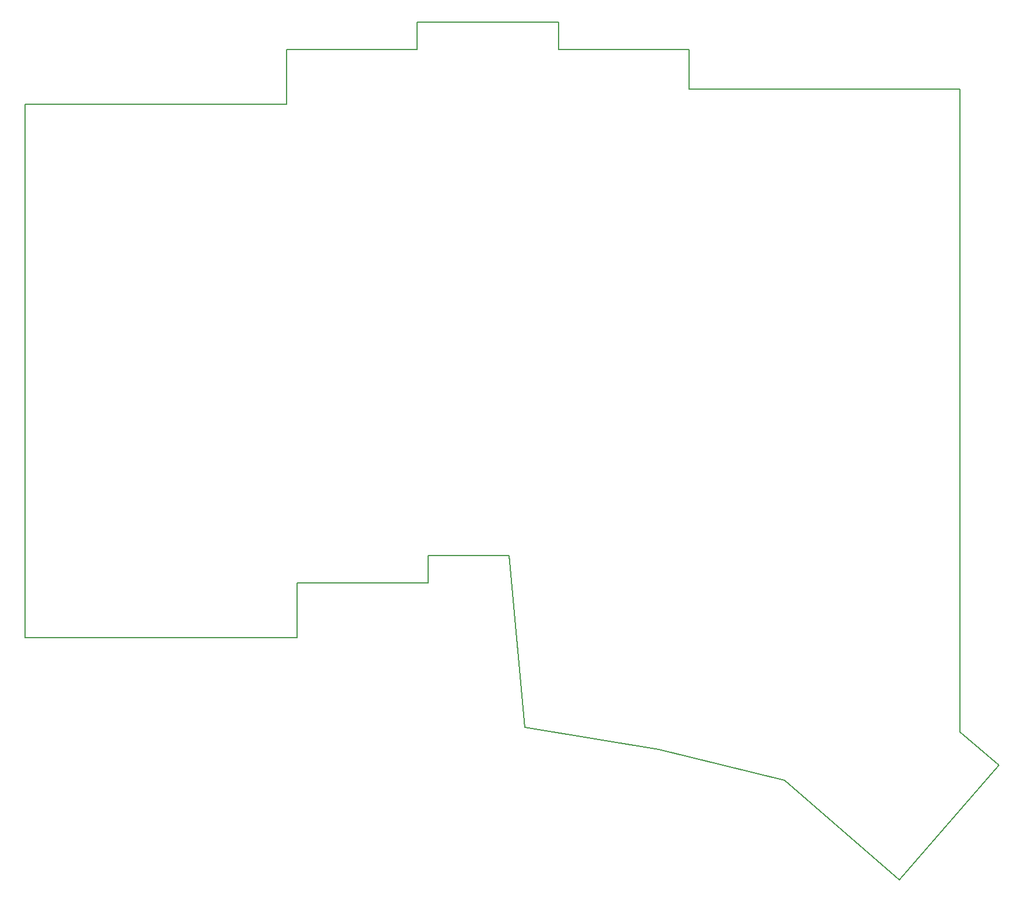
<source format=gbr>
%TF.GenerationSoftware,KiCad,Pcbnew,9.0.6*%
%TF.CreationDate,2026-01-10T00:21:18+01:00*%
%TF.ProjectId,shoedler54,73686f65-646c-4657-9235-342e6b696361,v1.0.0*%
%TF.SameCoordinates,Original*%
%TF.FileFunction,Profile,NP*%
%FSLAX46Y46*%
G04 Gerber Fmt 4.6, Leading zero omitted, Abs format (unit mm)*
G04 Created by KiCad (PCBNEW 9.0.6) date 2026-01-10 00:21:18*
%MOMM*%
%LPD*%
G01*
G04 APERTURE LIST*
%TA.AperFunction,Profile*%
%ADD10C,0.200000*%
%TD*%
G04 APERTURE END LIST*
D10*
X275600000Y-80500000D02*
X255275000Y-80487336D01*
X275600000Y-174000000D02*
X275600000Y-80500000D01*
X281263783Y-178823722D02*
X275600000Y-174000000D01*
X266797682Y-195465069D02*
X281263783Y-178823722D01*
X250156335Y-180998967D02*
X266797682Y-195465069D01*
X231870161Y-176500972D02*
X250156335Y-180998967D01*
X212383546Y-173309574D02*
X231870161Y-176500972D01*
X210069331Y-148275000D02*
X212383546Y-173309574D01*
X236225000Y-74725000D02*
X236225000Y-80475000D01*
X236225000Y-80475000D02*
X255275000Y-80475000D01*
X255275000Y-80487336D02*
X255275000Y-80475000D01*
X236225000Y-74725000D02*
X217275000Y-74725000D01*
X196725000Y-70725000D02*
X196725000Y-74725000D01*
X217275000Y-70725000D02*
X196725000Y-70725000D01*
X217275000Y-74725000D02*
X217275000Y-70725000D01*
X198275000Y-148275000D02*
X210069331Y-148275000D01*
X177725000Y-74725000D02*
X177725000Y-82725000D01*
X196725000Y-74725000D02*
X177725000Y-74725000D01*
X198275000Y-152275000D02*
X198275000Y-148275000D01*
X179275000Y-152275000D02*
X198275000Y-152275000D01*
X179275000Y-160275000D02*
X179275000Y-152275000D01*
X139725000Y-82725000D02*
X177725000Y-82725000D01*
X139725000Y-160275000D02*
X139725000Y-82725000D01*
X139725000Y-160275000D02*
X179275000Y-160275000D01*
M02*

</source>
